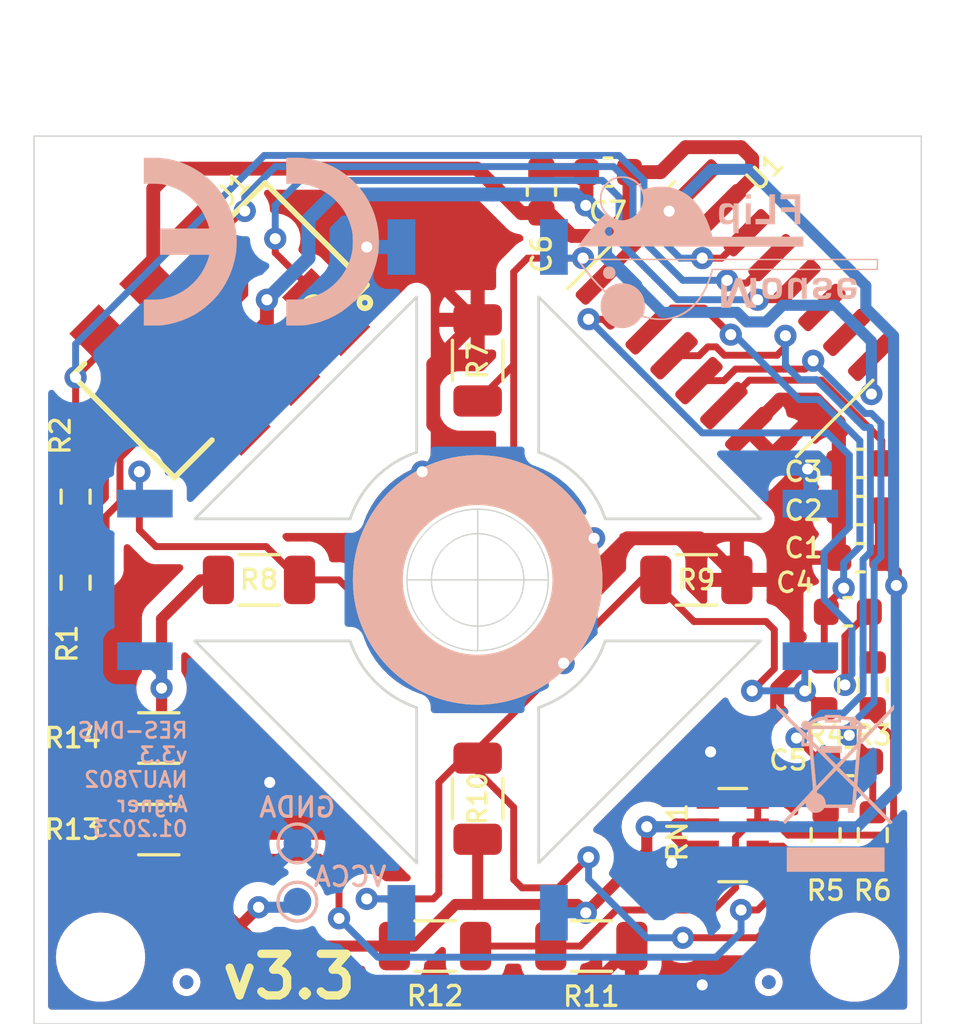
<source format=kicad_pcb>
(kicad_pcb (version 20211014) (generator pcbnew)
  (title_block (title "RES-DMS for FLipMouse") (date "2022-01-11") (rev "v0.1") (comment 1 "Eduard Sustr & Benjamin Aigner"))
  (layers (0 "F.Cu" signal) (31 "B.Cu" signal) (34 "B.Paste" user) (35 "F.Paste" user) (36 "B.SilkS" user "B.Silkscreen") (37 "F.SilkS" user "F.Silkscreen") (38 "B.Mask" user) (39 "F.Mask" user) (44 "Edge.Cuts" user))
  (net 0 "")
  (net 1 "/V1")
  (net 2 "/V2")
  (net 3 "/V3")
  (net 4 "/V4")
  (net 5 "Net-(C3-Pad2)")
  (net 6 "Net-(C4-Pad1)")
  (net 7 "Net-(C4-Pad2)")
  (net 8 "Net-(C5-Pad1)")
  (net 9 "Net-(C5-Pad2)")
  (net 10 "+3.3VADC")
  (net 11 "GNDA")
  (net 12 "/DRDY")
  (net 13 "/SCL")
  (net 14 "+3.3V")
  (net 15 "/SDA")
  (net 16 "GND")
  (footprint "Resistor_SMD:R_1206_3216Metric" (layer "F.Cu") (at 116 111.8875 -90)
    (fp_text reference "R10")
    (fp_text value "DNP (1k RMCF)")
  )
  (footprint "Resistor_SMD:R_1206_3216Metric" (layer "F.Cu") (at 123.8875 104)
    (fp_text reference "R9")
    (fp_text value "DNP (1k RMCF)")
  )
  (footprint "Resistor_SMD:R_1206_3216Metric" (layer "F.Cu") (at 108.1125 104)
    (fp_text reference "R8")
    (fp_text value "DNP (1k RMCF)")
  )
  (footprint "Capacitor_SMD:C_0603_1608Metric" (layer "F.Cu") (at 129.8 103.2 180)
    (fp_text reference "C1")
    (fp_text value "1uF")
  )
  (footprint "Resistor_SMD:R_1206_3216Metric" (layer "F.Cu") (at 116 96.0875 -90)
    (fp_text reference "R7")
    (fp_text value "DNP (1k RMCF)")
  )
  (footprint "Capacitor_SMD:C_0603_1608Metric" (layer "F.Cu") (at 129.8 101.5 180)
    (fp_text reference "C2")
    (fp_text value "100nF")
  )
  (footprint "Resistor_SMD:R_0603_1608Metric" (layer "F.Cu") (at 101.5 101 90)
    (fp_text reference "R2")
    (fp_text value "4k7")
  )
  (footprint "MountingHole:MountingHole_2.2mm_M2_DIN965" (layer "F.Cu") (at 102.4 90.4)
    (fp_text reference "H4" hide)
    (fp_text value "MountingHole")
  )
  (footprint "Package_SO:SOP-16_3.9x9.9mm_P1.27mm" (layer "F.Cu") (at 125.3 94.6 45)
    (fp_text reference "U1")
    (fp_text value "NAU7802-SGI")
  )
  (footprint "Resistor_SMD:R_0603_1608Metric" (layer "F.Cu") (at 130.25 113.2 -90)
    (fp_text reference "R6")
    (fp_text value "47R")
  )
  (footprint "Fiducial:Fiducial_0.5mm_Mask1mm" (layer "F.Cu") (at 116 100.1)
    (fp_text reference "FID1" hide)
    (fp_text value "Fiducial" hide)
  )
  (footprint "Resistor_SMD:R_0603_1608Metric" (layer "F.Cu") (at 130.25 107.8 -90)
    (fp_text reference "R3")
    (fp_text value "47R")
  )
  (footprint "MountingHole:MountingHole_2.2mm_M2_DIN965" (layer "F.Cu") (at 129.6 90.4)
    (fp_text reference "H2" hide)
    (fp_text value "MountingHole")
  )
  (footprint "MountingHole:MountingHole_2.2mm_M2_DIN965" (layer "F.Cu") (at 102.4 117.6)
    (fp_text reference "H1" hide)
    (fp_text value "MountingHole" hide)
  )
  (footprint "Fiducial:Fiducial_0.5mm_Mask1mm" (layer "F.Cu") (at 105.5 118.5)
    (fp_text reference "FID3" hide)
    (fp_text value "Fiducial" hide)
  )
  (footprint "Resistor_SMD:R_Array_Convex_4x0603" (layer "F.Cu") (at 125.2 113.2)
    (fp_text reference "RN1")
    (fp_text value "CAY16-1001F4LF")
  )
  (footprint "MountingHole:MountingHole_2.2mm_M2_DIN965" (layer "F.Cu") (at 129.6 117.6)
    (fp_text reference "H3" hide)
    (fp_text value "MountingHole" hide)
  )
  (footprint "Resistor_SMD:R_0603_1608Metric" (layer "F.Cu") (at 128.5 107.8 -90)
    (fp_text reference "R4")
    (fp_text value "47R")
  )
  (footprint "Fiducial:Fiducial_0.5mm_Mask1mm" (layer "F.Cu") (at 126.5 118.5)
    (fp_text reference "FID2" hide)
    (fp_text value "Fiducial" hide)
  )
  (footprint "Resistor_SMD:R_1206_3216Metric" (layer "F.Cu") (at 104.5 109.7)
    (fp_text reference "R14")
    (fp_text value "DNP (1k)")
  )
  (footprint "Resistor_SMD:R_0603_1608Metric" (layer "F.Cu") (at 101.5 104.1 -90)
    (fp_text reference "R1")
    (fp_text value "4k7")
  )
  (footprint "Capacitor_SMD:C_0603_1608Metric" (layer "F.Cu") (at 129.8 99.8)
    (fp_text reference "C3")
    (fp_text value "100nF")
  )
  (footprint "Project:690367280676" (layer "F.Cu") (at 106.7 95 -135)
    (fp_text reference "J1")
    (fp_text value "Conn_01x06")
  )
  (footprint "Resistor_SMD:R_0603_1608Metric" (layer "F.Cu") (at 128.55 113.2 -90)
    (fp_text reference "R5")
    (fp_text value "47R")
  )
  (footprint "Capacitor_SMD:C_0603_1608Metric" (layer "F.Cu") (at 118.3 90 90)
    (fp_text reference "C6")
    (fp_text value "1uF")
  )
  (footprint "Capacitor_SMD:C_0603_1608Metric" (layer "F.Cu") (at 129.4 110.55 180)
    (fp_text reference "C5")
    (fp_text value "100nF")
  )
  (footprint "Resistor_SMD:R_1206_3216Metric" (layer "F.Cu") (at 120.1 117.2 180)
    (fp_text reference "R11")
    (fp_text value "DNP (1k)")
  )
  (footprint "Capacitor_SMD:C_0603_1608Metric" (layer "F.Cu") (at 120.7 89.3 180)
    (fp_text reference "C7")
    (fp_text value "100nF")
  )
  (footprint "Resistor_SMD:R_1206_3216Metric" (layer "F.Cu") (at 104.5 113)
    (fp_text reference "R13")
    (fp_text value "DNP (1k)")
  )
  (footprint "Resistor_SMD:R_1206_3216Metric" (layer "F.Cu") (at 114.4625 117.2)
    (fp_text reference "R12")
    (fp_text value "DNP (1k)")
  )
  (footprint "Capacitor_SMD:C_0603_1608Metric" (layer "F.Cu") (at 129.35 105.15)
    (fp_text reference "C4")
    (fp_text value "100nF")
  )
  (footprint "Project:straingauges" (layer "B.Cu") (at 128 104 90)
    (fp_text reference "J5" hide)
    (fp_text value "straingauge" hide)
  )
  (footprint "Project:straingauges" (layer "B.Cu") (at 116 92 180)
    (fp_text reference "J2" hide)
    (fp_text value "straingauge" hide)
  )
  (footprint "Symbol:CE-Logo_8.5x6mm_SilkScreen" (layer "B.Cu") (at 108.2 91.8 180)
    (fp_text reference "LOGO3" hide)
    (fp_text value "CE-Logo" hide)
  )
  (footprint "Fiducial:Fiducial_0.5mm_Mask1mm" (layer "B.Cu") (at 126.5 118.5 180)
    (fp_text reference "FID6" hide)
    (fp_text value "Fiducial" hide)
  )
  (footprint "TestPoint:TestPoint_Pad_D1.0mm" (layer "B.Cu") (at 109.5 113.5 180)
    (fp_text reference "TP1" hide)
    (fp_text value "TestPoint" hide)
  )
  (footprint "Fiducial:Fiducial_0.5mm_Mask1mm" (layer "B.Cu") (at 105.5 118.5 180)
    (fp_text reference "FID4" hide)
    (fp_text value "Fiducial" hide)
  )
  (footprint "Project:straingauges" (layer "B.Cu") (at 104 104 90)
    (fp_text reference "J4" hide)
    (fp_text value "straingauge" hide)
  )
  (footprint "FM:flipmouse_11x5" (layer "B.Cu") (at 125 92.2 180)
    (fp_text reference "LOGO1" hide)
    (fp_text value "FM-LOGO" hide)
  )
  (footprint "TestPoint:TestPoint_Pad_D1.0mm" (layer "B.Cu") (at 109.5 115.6 180)
    (fp_text reference "TP2" hide)
    (fp_text value "TestPoint" hide)
  )
  (footprint "Symbol:WEEE-Logo_4.2x6mm_SilkScreen" (layer "B.Cu") (at 128.9 111.5 180)
    (fp_text reference "LOGO2" hide)
    (fp_text value "WEEE-Logo" hide)
  )
  (footprint "Project:straingauges" (layer "B.Cu") (at 116 116 180)
    (fp_text reference "J6" hide)
    (fp_text value "straingauge" hide)
  )
  (footprint "Fiducial:Fiducial_0.5mm_Mask1mm" (layer "B.Cu") (at 116 100.1 180)
    (fp_text reference "FID5" hide)
    (fp_text value "Fiducial" hide)
  )
  (gr_circle (center 116 104) (end 119.6 104) (layer "B.SilkS") (width 1.8) (fill none))
  (gr_circle (center 110.1 94.2) (end 110.35 94.2) (layer "F.SilkS") (width 0.5) (fill none))
  (gr_circle (center 116 104) (end 119.6 104) (layer "F.SilkS") (width 1.8) (fill none))
  (gr_line (start 100 88) (end 100 120) (layer "Edge.Cuts") (width 0.05))
  (gr_circle (center 116 104) (end 118.55 104) (layer "Edge.Cuts") (width 0.05) (fill none))
  (gr_line (start 132 88) (end 132 120) (layer "Edge.Cuts") (width 0.05))
  (gr_line (start 132 88) (end 100 88) (layer "Edge.Cuts") (width 0.05))
  (gr_line (start 105.8 106.2) (end 113.8 114.2) (layer "Edge.Cuts") (width 0.1))
  (gr_arc (start 118.2 99.4) (mid 119.681715 100.318285) (end 120.6 101.8) (layer "Edge.Cuts") (width 0.1))
  (gr_arc (start 111.4 101.8) (mid 112.318287 100.318287) (end 113.8 99.4) (layer "Edge.Cuts") (width 0.1))
  (gr_arc (start 113.8 108.6) (mid 112.318287 107.681713) (end 111.4 106.2) (layer "Edge.Cuts") (width 0.1))
  (gr_line (start 111.4 101.8) (end 105.8 101.8) (layer "Edge.Cuts") (width 0.1))
  (gr_arc (start 120.6 106.2) (mid 119.681709 107.681709) (end 118.2 108.6) (layer "Edge.Cuts") (width 0.1))
  (gr_line (start 126.2 106.2) (end 120.6 106.2) (layer "Edge.Cuts") (width 0.1))
  (gr_line (start 118.2 99.4) (end 118.2 93.8) (layer "Edge.Cuts") (width 0.1))
  (gr_line (start 126.2 101.8) (end 118.2 93.8) (layer "Edge.Cuts") (width 0.1))
  (gr_line (start 126.2 101.8) (end 120.6 101.8) (layer "Edge.Cuts") (width 0.1))
  (gr_line (start 113.8 99.4) (end 113.8 93.8) (layer "Edge.Cuts") (width 0.1))
  (gr_line (start 118.2 108.6) (end 118.2 114.2) (layer "Edge.Cuts") (width 0.1))
  (gr_line (start 113.8 108.6) (end 113.8 114.2) (layer "Edge.Cuts") (width 0.1))
  (gr_line (start 105.8 101.8) (end 113.8 93.8) (layer "Edge.Cuts") (width 0.1))
  (gr_line (start 111.4 106.2) (end 105.8 106.2) (layer "Edge.Cuts") (width 0.1))
  (gr_line (start 132 120) (end 100 120) (layer "Edge.Cuts") (width 0.05))
  (gr_line (start 118.2 114.2) (end 126.2 106.2) (layer "Edge.Cuts") (width 0.1))
  (gr_text "VCCA" (at 111.4 114.7) (layer "B.SilkS") (effects (font (size 0.7 0.7) (thickness 0.12)) (justify mirror)))
  (gr_text "GNDA" (at 109.5 112.2) (layer "B.SilkS") (effects (font (size 0.7 0.7) (thickness 0.12)) (justify mirror)))
  (gr_text "RES-DMS\nv3.3\nNAU7802\nAigner\n01.2023" (at 105.6 111.2) (layer "B.SilkS") (effects (font (size 0.55 0.55) (thickness 0.1)) (justify left mirror)))
  (gr_text "v3.3" (at 109.2 118.3) (layer "F.SilkS") (effects (font (size 1.5 1.5) (thickness 0.3))))
  (target plus (at 116 104) (size 5) (width 0.05) (layer "Edge.Cuts"))
  (segment (start 127.2 113.2) (end 126.8 112.8) (width 0.25) (layer "F.Cu") (net 1))
  (segment (start 118.6375 117.2) (end 119.7 117.2) (width 0.25) (layer "F.Cu") (net 1))
  (segment (start 126.1 112) (end 126.1 112.8) (width 0.25) (layer "F.Cu") (net 1))
  (segment (start 131 113) (end 130.8 113.2) (width 0.25) (layer "F.Cu") (net 1))
  (segment (start 125.79 112.8) (end 126.1 112.8) (width 0.25) (layer "F.Cu") (net 1))
  (segment (start 119.7 117.2) (end 121 115.9) (width 0.25) (layer "F.Cu") (net 1))
  (segment (start 126.8 112.8) (end 126.1 112.8) (width 0.25) (layer "F.Cu") (net 1))
  (segment (start 125.3 113.29) (end 125.79 112.8) (width 0.25) (layer "F.Cu") (net 1))
  (segment (start 130.8 113.2) (end 127.2 113.2) (width 0.25) (layer "F.Cu") (net 1))
  (segment (start 130.25 108.625) (end 130.25 108.95) (width 0.25) (layer "F.Cu") (net 1))
  (segment (start 124.5 115.9) (end 125.3 115.1) (width 0.25) (layer "F.Cu") (net 1))
  (segment (start 130.25 108.95) (end 131 109.7) (width 0.25) (layer "F.Cu") (net 1))
  (segment (start 121 115.9) (end 124.5 115.9) (width 0.25) (layer "F.Cu") (net 1))
  (segment (start 125.3 115.1) (end 125.3 113.29) (width 0.25) (layer "F.Cu") (net 1))
  (segment (start 131 109.7) (end 131 113) (width 0.25) (layer "F.Cu") (net 1))
  (segment (start 115.925 117.2) (end 118.6375 117.2) (width 0.25) (layer "F.Cu") (net 1))
  (segment (start 103.8 102.2) (end 103.8 100.1) (width 0.25) (layer "F.Cu") (net 2))
  (segment (start 126.7 107.2) (end 126.7 107.1) (width 0.25) (layer "F.Cu") (net 2))
  (segment (start 122.425 104.125) (end 123.8 105.5) (width 0.25) (layer "F.Cu") (net 2))
  (segment (start 111 104) (end 112.1 105.1) (width 0.25) (layer "F.Cu") (net 2))
  (segment (start 120 105.9) (end 121.9 104) (width 0.25) (layer "F.Cu") (net 2))
  (segment (start 122.425 104) (end 122.425 104.125) (width 0.25) (layer "F.Cu") (net 2))
  (segment (start 125.9 108) (end 126.7 107.2) (width 0.25) (layer "F.Cu") (net 2))
  (segment (start 112.1 105.6) (end 114.2 107.7) (width 0.25) (layer "F.Cu") (net 2))
  (segment (start 114.2 107.7) (end 117.1 107.7) (width 0.25) (layer "F.Cu") (net 2))
  (segment (start 128.5 108.625) (end 128.425 108.625) (width 0.25) (layer "F.Cu") (net 2))
  (segment (start 108.375 102.8) (end 109.575 104) (width 0.25) (layer "F.Cu") (net 2))
  (segment (start 104.4 102.8) (end 108.375 102.8) (width 0.25) (layer "F.Cu") (net 2))
  (segment (start 126.7 105.8) (end 126.7 107.1) (width 0.25) (layer "F.Cu") (net 2))
  (segment (start 112.1 105.1) (end 112.1 105.6) (width 0.25) (layer "F.Cu") (net 2))
  (segment (start 118.9 105.9) (end 120 105.9) (width 0.25) (layer "F.Cu") (net 2))
  (segment (start 121.9 104) (end 122.425 104) (width 0.25) (layer "F.Cu") (net 2))
  (segment (start 117.1 107.7) (end 118.9 105.9) (width 0.25) (layer "F.Cu") (net 2))
  (segment (start 109.575 104) (end 111 104) (width 0.25) (layer "F.Cu") (net 2))
  (segment (start 104.4 102.8) (end 103.8 102.2) (width 0.25) (layer "F.Cu") (net 2))
  (segment (start 126.4 105.5) (end 126.7 105.8) (width 0.25) (layer "F.Cu") (net 2))
  (segment (start 128.425 108.625) (end 127.8 108) (width 0.25) (layer "F.Cu") (net 2))
  (segment (start 123.8 105.5) (end 126.4 105.5) (width 0.25) (layer "F.Cu") (net 2))
  (via (at 127.8 108) (size 0.8) (drill 0.4) (layers "F.Cu" "B.Cu") (net 2))
  (via (at 125.9 108) (size 0.8) (drill 0.4) (layers "F.Cu" "B.Cu") (net 2))
  (via (at 103.8 100.1) (size 0.8) (drill 0.4) (layers "F.Cu" "B.Cu") (net 2))
  (segment (start 127.8 106.95) (end 128 106.75) (width 0.25) (layer "B.Cu") (net 2))
  (segment (start 127.8 108) (end 125.9 108) (width 0.25) (layer "B.Cu") (net 2))
  (segment (start 103.8 101.05) (end 104 101.25) (width 0.25) (layer "B.Cu") (net 2))
  (segment (start 103.8 100.1) (end 103.8 101.05) (width 0.25) (layer "B.Cu") (net 2))
  (segment (start 127.8 108) (end 127.8 106.95) (width 0.25) (layer "B.Cu") (net 2))
  (segment (start 111 114.7) (end 111 116.2) (width 0.25) (layer "F.Cu") (net 3))
  (segment (start 105.9625 109.7) (end 105.9625 113) (width 0.25) (layer "F.Cu") (net 3))
  (segment (start 105.9625 113) (end 106.7625 113.8) (width 0.25) (layer "F.Cu") (net 3))
  (segment (start 125.5 115.9) (end 126.1 115.9) (width 0.25) (layer "F.Cu") (net 3))
  (segment (start 106.7625 113.8) (end 106.9625 114) (width 0.25) (layer "F.Cu") (net 3))
  (segment (start 127.25 113.85) (end 127 113.6) (width 0.25) (layer "F.Cu") (net 3))
  (segment (start 126.75 115.25) (end 126.75 114.35) (width 0.25) (layer "F.Cu") (net 3))
  (segment (start 126.1 114.4) (end 126.7 114.4) (width 0.25) (layer "F.Cu") (net 3))
  (segment (start 126.7 114.4) (end 126.75 114.35) (width 0.25) (layer "F.Cu") (net 3))
  (segment (start 126.1 115.9) (end 126.75 115.25) (width 0.25) (layer "F.Cu") (net 3))
  (segment (start 128.55 114.025) (end 127.425 114.025) (width 0.25) (layer "F.Cu") (net 3))
  (segment (start 106.9625 114) (end 110.3 114) (width 0.25) (layer "F.Cu") (net 3))
  (segment (start 126.75 114.35) (end 127.25 113.85) (width 0.25) (layer "F.Cu") (net 3))
  (segment (start 127.425 114.025) (end 127.25 113.85) (width 0.25) (layer "F.Cu") (net 3))
  (segment (start 127 113.6) (end 126.1 113.6) (width 0.25) (layer "F.Cu") (net 3))
  (segment (start 110.3 114) (end 111 114.7) (width 0.25) (layer "F.Cu") (net 3))
  (via (at 125.5 115.9) (size 0.8) (drill 0.4) (layers "F.Cu" "B.Cu") (net 3))
  (via (at 111 116.2) (size 0.8) (drill 0.4) (layers "F.Cu" "B.Cu") (net 3))
  (segment (start 124.6 117.6) (end 112.4 117.6) (width 0.25) (layer "B.Cu") (net 3))
  (segment (start 125.5 116.7) (end 124.6 117.6) (width 0.25) (layer "B.Cu") (net 3))
  (segment (start 125.5 115.9) (end 125.5 116.7) (width 0.25) (layer "B.Cu") (net 3))
  (segment (start 112.4 117.6) (end 111 116.2) (width 0.25) (layer "B.Cu") (net 3))
  (segment (start 116 110.9) (end 117.2 112.1) (width 0.25) (layer "F.Cu") (net 4))
  (segment (start 116 110.425) (end 115.475 110.425) (width 0.25) (layer "F.Cu") (net 4))
  (segment (start 117.3 112.2) (end 117.3 113.9) (width 0.25) (layer "F.Cu") (net 4))
  (segment (start 117.6 115.1) (end 118.9 115.1) (width 0.25) (layer "F.Cu") (net 4))
  (segment (start 114.6 111.3) (end 114.6 114.7) (width 0.25) (layer "F.Cu") (net 4))
  (segment (start 117.3 96.25) (end 117.3 99.6) (width 0.25) (layer "F.Cu") (net 4))
  (segment (start 119.1 107) (end 116 110.1) (width 0.25) (layer "F.Cu") (net 4))
  (segment (start 127.9 115.1) (end 129.175 115.1) (width 0.25) (layer "F.Cu") (net 4))
  (segment (start 129.175 115.1) (end 130.25 114.025) (width 0.25) (layer "F.Cu") (net 4))
  (segment (start 118.9 115.1) (end 120 114) (width 0.25) (layer "F.Cu") (net 4))
  (segment (start 117.3 113.9) (end 117.3 114.8) (width 0.25) (layer "F.Cu") (net 4))
  (segment (start 116 110.1) (end 116 110.425) (width 0.25) (layer "F.Cu") (net 4))
  (segment (start 117.3 96.25) (end 117.3 92.9) (width 0.25) (layer "F.Cu") (net 4))
  (segment (start 117.3 99.6) (end 119.7 102) (width 0.25) (layer "F.Cu") (net 4))
  (segment (start 117.8 92.4) (end 119.8 92.4) (width 0.25) (layer "F.Cu") (net 4))
  (segment (start 119.7 102) (end 120.2 102.5) (width 0.25) (layer "F.Cu") (net 4))
  (segment (start 117.2 112.1) (end 117.3 112.2) (width 0.25) (layer "F.Cu") (net 4))
  (segment (start 126.1 116.9) (end 127.9 115.1) (width 0.25) (layer "F.Cu") (net 4))
  (segment (start 114.6 115.3) (end 114.4 115.5) (width 0.25) (layer "F.Cu") (net 4))
  (segment (start 117.3 96.25) (end 116 97.55) (width 0.25) (layer "F.Cu") (net 4))
  (segment (start 117.3 92.9) (end 117.8 92.4) (width 0.25) (layer "F.Cu") (net 4))
  (segment (start 114.6 114.7) (end 114.6 115.3) (width 0.25) (layer "F.Cu") (net 4))
  (segment (start 116 110.425) (end 116 110.9) (width 0.25) (layer "F.Cu") (net 4))
  (segment (start 117.3 114.8) (end 117.6 115.1) (width 0.25) (layer "F.Cu") (net 4))
  (segment (start 115.475 110.425) (end 114.6 111.3) (width 0.25) (layer "F.Cu") (net 4))
  (segment (start 114.4 115.5) (end 112 115.5) (width 0.25) (layer "F.Cu") (net 4))
  (segment (start 123.4 116.9) (end 126.1 116.9) (width 0.25) (layer "F.Cu") (net 4))
  (via (at 123.4 116.9) (size 0.8) (drill 0.4) (layers "F.Cu" "B.Cu") (net 4))
  (via (at 112 115.5) (size 0.8) (drill 0.4) (layers "F.Cu" "B.Cu") (net 4))
  (via (at 119.1 107) (size 0.8) (drill 0.4) (layers "F.Cu" "B.Cu") (net 4))
  (via (at 119.8 92.4) (size 0.8) (drill 0.4) (layers "F.Cu" "B.Cu") (net 4))
  (via (at 120 114) (size 0.8) (drill 0.4) (layers "F.Cu" "B.Cu") (net 4))
  (via (at 120.2 102.5) (size 0.8) (drill 0.4) (layers "F.Cu" "B.Cu") (net 4))
  (segment (start 119.15 92.4) (end 118.75 92) (width 0.25) (layer "B.Cu") (net 4))
  (segment (start 112.75 115.5) (end 113.25 116) (width 0.25) (layer "B.Cu") (net 4))
  (segment (start 112 115.5) (end 112.75 115.5) (width 0.25) (layer "B.Cu") (net 4))
  (segment (start 120.2 105.9) (end 119.1 107) (width 0.25) (layer "B.Cu") (net 4))
  (segment (start 122.1 116.9) (end 120 114.8) (width 0.25) (layer "B.Cu") (net 4))
  (segment (start 120.2 102.5) (end 120.2 105.9) (width 0.25) (layer "B.Cu") (net 4))
  (segment (start 120 114.8) (end 120 114) (width 0.25) (layer "B.Cu") (net 4))
  (segment (start 123.4 116.9) (end 122.1 116.9) (width 0.25) (layer "B.Cu") (net 4))
  (segment (start 119.8 92.4) (end 119.15 92.4) (width 0.25) (layer "B.Cu") (net 4))
  (segment (start 128.4 96.8) (end 125.794076 96.8) (width 0.25) (layer "F.Cu") (net 5))
  (segment (start 125.794076 96.8) (end 124.879271 97.714805) (width 0.25) (layer "F.Cu") (net 5))
  (segment (start 130.575 98.975) (end 128.4 96.8) (width 0.25) (layer "F.Cu") (net 5))
  (segment (start 130.575 99.8) (end 130.575 98.975) (width 0.25) (layer "F.Cu") (net 5))
  (segment (start 125.127201 95.15887) (end 124.168331 94.2) (width 0.25) (layer "F.Cu") (net 6))
  (segment (start 128.5 105.225) (end 128.575 105.15) (width 0.25) (layer "F.Cu") (net 6))
  (segment (start 128.575 104.925) (end 129.2 104.3) (width 0.25) (layer "F.Cu") (net 6))
  (segment (start 123.005924 94.2) (end 122.185195 95.020729) (width 0.25) (layer "F.Cu") (net 6))
  (segment (start 124.168331 94.2) (end 123.005924 94.2) (width 0.25) (layer "F.Cu") (net 6))
  (segment (start 128.5 106.975) (end 128.5 105.225) (width 0.25) (layer "F.Cu") (net 6))
  (segment (start 128.575 105.15) (end 128.575 104.925) (width 0.25) (layer "F.Cu") (net 6))
  (via (at 129.2 104.3) (size 0.8) (drill 0.4) (layers "F.Cu" "B.Cu") (net 6))
  (via (at 125.127201 95.15887) (size 0.8) (drill 0.4) (layers "F.Cu" "B.Cu") (net 6))
  (segment (start 125.25887 95.15887) (end 125.127201 95.15887) (width 0.25) (layer "B.Cu") (net 6))
  (segment (start 129.785 102.8) (end 129.785 98.985) (width 0.25) (layer "B.Cu") (net 6))
  (segment (start 128.3 97.5) (end 127.6 97.5) (width 0.25) (layer "B.Cu") (net 6))
  (segment (start 127.6 97.5) (end 125.25887 95.15887) (width 0.25) (layer "B.Cu") (net 6))
  (segment (start 129.2 104.3) (end 129.2 103.385) (width 0.25) (layer "B.Cu") (net 6))
  (segment (start 129.2 103.385) (end 129.785 102.8) (width 0.25) (layer "B.Cu") (net 6))
  (segment (start 129.785 98.985) (end 128.3 97.5) (width 0.25) (layer "B.Cu") (net 6))
  (segment (start 120.806952 94.60292) (end 121.287169 94.122703) (width 0.25) (layer "F.Cu") (net 7))
  (segment (start 130.125 105.15) (end 129.2455 106.0295) (width 0.25) (layer "F.Cu") (net 7))
  (segment (start 130.25 106.975) (end 130.25 105.275) (width 0.25) (layer "F.Cu") (net 7))
  (segment (start 129.2455 106.0295) (end 129.2455 107.787198) (width 0.25) (layer "F.Cu") (net 7))
  (segment (start 120.000462 94.60292) (end 120.806952 94.60292) (width 0.25) (layer "F.Cu") (net 7))
  (segment (start 130.25 105.275) (end 130.125 105.15) (width 0.25) (layer "F.Cu") (net 7))
  (via (at 120.000462 94.60292) (size 0.8) (drill 0.4) (layers "F.Cu" "B.Cu") (net 7))
  (via (at 129.2455 107.787198) (size 0.8) (drill 0.4) (layers "F.Cu" "B.Cu") (net 7))
  (segment (start 126 98.7) (end 124.097542 98.7) (width 0.25) (layer "B.Cu") (net 7))
  (segment (start 128.6 98.7) (end 126.2 98.7) (width 0.25) (layer "B.Cu") (net 7))
  (segment (start 129.5 105.7) (end 128.5 104.7) (width 0.25) (layer "B.Cu") (net 7))
  (segment (start 129.405 102.095) (end 129.405 99.5) (width 0.25) (layer "B.Cu") (net 7))
  (segment (start 129 99.1) (end 128.6 98.7) (width 0.25) (layer "B.Cu") (net 7))
  (segment (start 129.2455 107.6545) (end 129.5 107.4) (width 0.25) (layer "B.Cu") (net 7))
  (segment (start 129.2455 107.787198) (end 129.2455 107.6545) (width 0.25) (layer "B.Cu") (net 7))
  (segment (start 129.405 99.5) (end 129.4 99.5) (width 0.25) (layer "B.Cu") (net 7))
  (segment (start 128.5 104.7) (end 128.5 103) (width 0.25) (layer "B.Cu") (net 7))
  (segment (start 128.5 103) (end 129.405 102.095) (width 0.25) (layer "B.Cu") (net 7))
  (segment (start 129.5 107.4) (end 129.5 105.7) (width 0.25) (layer "B.Cu") (net 7))
  (segment (start 129.4 99.5) (end 129 99.1) (width 0.25) (layer "B.Cu") (net 7))
  (segment (start 126.2 98.7) (end 126 98.7) (width 0.25) (layer "B.Cu") (net 7))
  (segment (start 124.097542 98.7) (end 120.000462 94.60292) (width 0.25) (layer "B.Cu") (net 7))
  (segment (start 127.8 96.4) (end 128.1 96.1) (width 0.25) (layer "F.Cu") (net 8))
  (segment (start 130.25 112.375) (end 130.25 110.625) (width 0.25) (layer "F.Cu") (net 8))
  (segment (start 130.175 110.55) (end 130.175 110.375) (width 0.25) (layer "F.Cu") (net 8))
  (segment (start 125.3 96.4) (end 127.8 96.4) (width 0.25) (layer "F.Cu") (net 8))
  (segment (start 123.981246 96.81678) (end 124.88322 96.81678) (width 0.25) (layer "F.Cu") (net 8))
  (segment (start 124.88322 96.81678) (end 125.3 96.4) (width 0.25) (layer "F.Cu") (net 8))
  (segment (start 130.25 110.625) (end 130.175 110.55) (width 0.25) (layer "F.Cu") (net 8))
  (segment (start 130.175 110.375) (end 129.4 109.6) (width 0.25) (layer "F.Cu") (net 8))
  (via (at 128.1 96.1) (size 0.8) (drill 0.4) (layers "F.Cu" "B.Cu") (net 8))
  (via (at 129.4 109.6) (size 0.8) (drill 0.4) (layers "F.Cu" "B.Cu") (net 8))
  (segment (start 129.97369 98) (end 130.202401 98) (width 0.25) (layer "B.Cu") (net 8))
  (segment (start 130.3 103.4) (end 130.3 108.4) (width 0.25) (layer "B.Cu") (net 8))
  (segment (start 130.545 103.155) (end 130.3 103.4) (width 0.25) (layer "B.Cu") (net 8))
  (segment (start 129.4 109.3) (end 129.4 109.6) (width 0.25) (layer "B.Cu") (net 8))
  (segment (start 130.202401 98) (end 130.545 98.342599) (width 0.25) (layer "B.Cu") (net 8))
  (segment (start 128.1 96.12631) (end 129.97369 98) (width 0.25) (layer "B.Cu") (net 8))
  (segment (start 130.545 98.342599) (end 130.545 103.155) (width 0.25) (layer "B.Cu") (net 8))
  (segment (start 130.3 108.4) (end 129.4 109.3) (width 0.25) (layer "B.Cu") (net 8))
  (segment (start 128.1 96.1) (end 128.1 96.12631) (width 0.25) (layer "B.Cu") (net 8))
  (segment (start 127.1 95.6) (end 126.8 95.9) (width 0.25) (layer "F.Cu") (net 9))
  (segment (start 124.3 95.6) (end 123.981246 95.918754) (width 0.25) (layer "F.Cu") (net 9))
  (segment (start 124.9 95.9) (end 124.6 95.6) (width 0.25) (layer "F.Cu") (net 9))
  (segment (start 128.55 112.375) (end 128.55 110.625) (width 0.25) (layer "F.Cu") (net 9))
  (segment (start 124.6 95.6) (end 124.3 95.6) (width 0.25) (layer "F.Cu") (net 9))
  (segment (start 123.981246 95.918754) (end 123.08322 95.918754) (width 0.25) (layer "F.Cu") (net 9))
  (segment (start 128.625 110.55) (end 128.35 110.55) (width 0.25) (layer "F.Cu") (net 9))
  (segment (start 128.55 110.625) (end 128.625 110.55) (width 0.25) (layer "F.Cu") (net 9))
  (segment (start 126.8 95.9) (end 124.9 95.9) (width 0.25) (layer "F.Cu") (net 9))
  (segment (start 127.1 95.2) (end 127.1 95.6) (width 0.25) (layer "F.Cu") (net 9))
  (segment (start 128.35 110.55) (end 127.5 109.7) (width 0.25) (layer "F.Cu") (net 9))
  (via (at 127.1 95.2) (size 0.8) (drill 0.4) (layers "F.Cu" "B.Cu") (net 9))
  (via (at 127.5 109.7) (size 0.8) (drill 0.4) (layers "F.Cu" "B.Cu") (net 9))
  (segment (start 129.2 108.8) (end 129.9 108.1) (width 0.25) (layer "B.Cu") (net 9))
  (segment (start 128.218144 96.781856) (end 127.618144 96.781856) (width 0.25) (layer "B.Cu") (net 9))
  (segment (start 128.4 108.8) (end 129.2 108.8) (width 0.25) (layer "B.Cu") (net 9))
  (segment (start 130.165 102.997599) (end 130.165 98.5) (width 0.25) (layer "B.Cu") (net 9))
  (segment (start 129.9 103.262599) (end 130.165 102.997599) (width 0.25) (layer "B.Cu") (net 9))
  (segment (start 127.618144 96.781856) (end 127.1 96.263712) (width 0.25) (layer "B.Cu") (net 9))
  (segment (start 127.5 109.7) (end 128.4 108.8) (width 0.25) (layer "B.Cu") (net 9))
  (segment (start 130.165 98.5) (end 129.936288 98.5) (width 0.25) (layer "B.Cu") (net 9))
  (segment (start 129.936288 98.5) (end 128.218144 96.781856) (width 0.25) (layer "B.Cu") (net 9))
  (segment (start 129.9 108.1) (end 129.9 103.262599) (width 0.25) (layer "B.Cu") (net 9))
  (segment (start 127.1 96.263712) (end 127.1 95.2) (width 0.25) (layer "B.Cu") (net 9))
  (segment (start 113.7 117.2) (end 115.05 115.85) (width 0.4) (layer "F.Cu") (net 10))
  (segment (start 131.1 103.725) (end 130.575 103.2) (width 0.4) (layer "F.Cu") (net 10))
  (segment (start 103.0375 112.7625) (end 104.6 111.2) (width 0.4) (layer "F.Cu") (net 10))
  (segment (start 123.06 112.9) (end 123.16 112.8) (width 0.4) (layer "F.Cu") (net 10))
  (segment (start 121.51263 92.10119) (end 122.90691 90.70691) (width 0.4) (layer "F.Cu") (net 10))
  (segment (start 131.1 104.2) (end 131.1 103.725) (width 0.4) (layer "F.Cu") (net 10))
  (segment (start 121.50119 92.10119) (end 121.51263 92.10119) (width 0.4) (layer "F.Cu") (net 10))
  (segment (start 107.3 116.4) (end 103.9 113) (width 0.4) (layer "F.Cu") (net 10))
  (segment (start 119.9 116) (end 122.1 113.8) (width 0.4) (layer "F.Cu") (net 10))
  (segment (start 115.2 115.7) (end 115.05 115.85) (width 0.4) (layer "F.Cu") (net 10))
  (segment (start 103.9 113) (end 103.0375 113) (width 0.4) (layer "F.Cu") (net 10))
  (segment (start 123.16 112.8) (end 124.3 112.8) (width 0.4) (layer "F.Cu") (net 10))
  (segment (start 116 113.35) (end 116 115.6) (width 0.4) (layer "F.Cu") (net 10))
  (segment (start 106.65 104) (end 106 104) (width 0.4) (layer "F.Cu") (net 10))
  (segment (start 108.1 117.2) (end 107.3 116.4) (width 0.4) (layer "F.Cu") (net 10))
  (segment (start 107.5 116.4) (end 108.1 115.8) (width 0.4) (layer "F.Cu") (net 10))
  (segment (start 124.3 113.6) (end 123.5 113.6) (width 0.4) (layer "F.Cu") (net 10))
  (segment (start 120.389143 93.224677) (end 120.389143 93.213237) (width 0.4) (layer "F.Cu") (net 10))
  (segment (start 130.575 101.5) (end 130.575 103.2) (width 0.5) (layer "F.Cu") (net 10))
  (segment (start 103.0375 113) (end 103.0375 112.7625) (width 0.4) (layer "F.Cu") (net 10))
  (segment (start 122.1 112.9) (end 123.06 112.9) (width 0.4) (layer "F.Cu") (net 10))
  (segment (start 107.3 116.4) (end 107.5 116.4) (width 0.4) (layer "F.Cu") (net 10))
  (segment (start 113 117.2) (end 108.1 117.2) (width 0.4) (layer "F.Cu") (net 10))
  (segment (start 123.5 113.6) (end 123.16 113.26) (width 0.4) (layer "F.Cu") (net 10))
  (segment (start 119.9 116) (end 119.6 115.7) (width 0.4) (layer "F.Cu") (net 10))
  (segment (start 113 117.2) (end 113.7 117.2) (width 0.4) (layer "F.Cu") (net 10))
  (segment (start 122.90691 90.70691) (end 123.924677 89.689143) (width 0.4) (layer "F.Cu") (net 10))
  (segment (start 122.1 113.8) (end 122.1 112.9) (width 0.4) (layer "F.Cu") (net 10))
  (segment (start 104.6 105.4) (end 104.6 107.9) (width 0.4) (layer "F.Cu") (net 10))
  (segment (start 115.9 115.7) (end 115.2 115.7) (width 0.4) (layer "F.Cu") (net 10))
  (segment (start 116 115.6) (end 115.9 115.7) (width 0.4) (layer "F.Cu") (net 10))
  (segment (start 104.6 111.2) (end 104.6 107.9) (width 0.4) (layer "F.Cu") (net 10))
  (segment (start 120.389143 93.213237) (end 121.50119 92.10119) (width 0.4) (layer "F.Cu") (net 10))
  (segment (start 119.6 115.7) (end 115.9 115.7) (width 0.4) (layer "F.Cu") (net 10))
  (segment (start 123.16 113.26) (end 123.16 112.8) (width 0.4) (layer "F.Cu") (net 10))
  (segment (start 106 104) (end 104.6 105.4) (width 0.4) (layer "F.Cu") (net 10))
  (via (at 104.6 107.9) (size 0.8) (drill 0.4) (layers "F.Cu" "B.Cu") (net 10))
  (via (at 131.1 104.2) (size 0.8) (drill 0.4) (layers "F.Cu" "B.Cu") (net 10))
  (via (at 122.90691 90.70691) (size 0.8) (drill 0.4) (layers "F.Cu" "B.Cu") (net 10))
  (via (at 108.1 115.8) (size 0.8) (drill 0.4) (layers "F.Cu" "B.Cu") (net 10))
  (via (at 119.9 116) (size 0.8) (drill 0.4) (layers "F.Cu" "B.Cu") (net 10))
  (via (at 122.1 112.9) (size 0.8) (drill 0.4) (layers "F.Cu" "B.Cu") (net 10))
  (segment (start 118.75 116) (end 119.9 116) (width 0.4) (layer "B.Cu") (net 10))
  (segment (start 124.41382 89.2) (end 122.90691 90.70691) (width 0.4) (layer "B.Cu") (net 10))
  (segment (start 109.3 115.8) (end 109.5 115.6) (width 0.4) (layer "B.Cu") (net 10))
  (segment (start 129.7 112.9) (end 122.1 112.9) (width 0.4) (layer "B.Cu") (net 10))
  (segment (start 130.9 95.1) (end 131 95.2) (width 0.4) (layer "B.Cu") (net 10))
  (segment (start 130 94.2) (end 130.9 95.1) (width 0.4) (layer "B.Cu") (net 10))
  (segment (start 130 93.4) (end 130 94.2) (width 0.4) (layer "B.Cu") (net 10))
  (segment (start 104.6 107.9) (end 104.6 107.35) (width 0.4) (layer "B.Cu") (net 10))
  (segment (start 131 95.2) (end 131 99.6) (width 0.4) (layer "B.Cu") (net 10))
  (segment (start 125.8 89.2) (end 124.41382 89.2) (width 0.4) (layer "B.Cu") (net 10))
  (segment (start 104.6 107.35) (end 104 106.75) (width 0.4) (layer "B.Cu") (net 10))
  (segment (start 131 99.6) (end 131 104.1) (width 0.4) (layer "B.Cu") (net 10))
  (segment (start 130 93.4) (end 125.8 89.2) (width 0.4) (layer "B.Cu") (net 10))
  (segment (start 131 104.1) (end 131.1 104.2) (width 0.4) (layer "B.Cu") (net 10))
  (segment (start 131.1 104.2) (end 131.1 111.5) (width 0.4) (layer "B.Cu") (net 10))
  (segment (start 131.1 111.5) (end 129.7 112.9) (width 0.4) (layer "B.Cu") (net 10))
  (segment (start 108.1 115.8) (end 109.3 115.8) (width 0.4) (layer "B.Cu") (net 10))
  (segment (start 125.35 103.85) (end 124 102.5) (width 0.5) (layer "F.Cu") (net 11))
  (segment (start 119.174839 102.214178) (end 115.860661 98.9) (width 0.5) (layer "F.Cu") (net 11))
  (segment (start 115.860661 98.9) (end 114.9 98.9) (width 0.5) (layer "F.Cu") (net 11))
  (segment (start 103.0375 109.7) (end 103.0375 110.3625) (width 0.4) (layer "F.Cu") (net 11))
  (segment (start 124.3 114.4) (end 123.2 114.4) (width 0.4) (layer "F.Cu") (net 11))
  (segment (start 104.435244 114.5) (end 108.735244 118.8) (width 0.4) (layer "F.Cu") (net 11))
  (segment (start 128.825 100) (end 129.025 99.8) (width 0.4) (layer "F.Cu") (net 11))
  (segment (start 124 102.5) (end 121.4 102.5) (width 0.5) (layer "F.Cu") (net 11))
  (segment (start 128.2 97.5) (end 128.45 97.75) (width 0.5) (layer "F.Cu") (net 11))
  (segment (start 119.9625 118.8) (end 123.9 118.8) (width 0.4) (layer "F.Cu") (net 11))
  (segment (start 124.4 110.2) (end 124.9 110.7) (width 0.4) (layer "F.Cu") (net 11))
  (segment (start 126.9 97.5) (end 128.2 97.5) (width 0.5) (layer "F.Cu") (net 11))
  (segment (start 127.3 103.2) (end 127.5 103.4) (width 0.5) (layer "F.Cu") (net 11))
  (segment (start 102.5 114.5) (end 104.435244 114.5) (width 0.4) (layer "F.Cu") (net 11))
  (segment (start 120.5 103.4) (end 119.8 103.4) (width 0.5) (layer "F.Cu") (net 11))
  (segment (start 119.8 103.4) (end 119.2 102.8) (width 0.5) (layer "F.Cu") (net 11))
  (segment (start 116 94.625) (end 115.925 94.625) (width 0.4) (layer "F.Cu") (net 11))
  (segment (start 124.3 112) (end 124.3 111.3) (width 0.4) (layer "F.Cu") (net 11))
  (segment (start 115.925 94.625) (end 113.3 92) (width 0.4) (layer "F.Cu") (net 11))
  (segment (start 127.5 103.4) (end 127.5 107.196913) (width 0.5) (layer "F.Cu") (net 11))
  (segment (start 125.35 104) (end 126.5 104) (width 0.5) (layer "F.Cu") (net 11))
  (segment (start 124.9 110.7) (end 125.4 110.2) (width 0.4) (layer "F.Cu") (net 11))
  (segment (start 119.2 102.214178) (end 119.174839 102.214178) (width 0.5) (layer "F.Cu") (net 11))
  (segment (start 113.3 92) (end 112 92) (width 0.4) (layer "F.Cu") (net 11))
  (segment (start 127.5 107.196913) (end 126.8 107.896913) (width 0.5) (layer "F.Cu") (net 11))
  (segment (start 129.025 99.8) (end 129.025 101.5) (width 0.5) (layer "F.Cu") (net 11))
  (segment (start 114.9 98.9) (end 114.4 98.4) (width 0.5) (layer "F.Cu") (net 11))
  (segment (start 114.9 98.9) (end 114.9 99.2) (width 0.5) (layer "F.Cu") (net 11))
  (segment (start 126.675323 99.510857) (end 126.689143 99.510857) (width 0.5) (layer "F.Cu") (net 11))
  (segment (start 101.9 113.9) (end 102.5 114.5) (width 0.4) (layer "F.Cu") (net 11))
  (segment (start 125.35 104) (end 125.35 103.85) (width 0.5) (layer "F.Cu") (net 11))
  (segment (start 128.45 97.75) (end 129.025 98.325) (width 0.5) (layer "F.Cu") (net 11))
  (segment (start 108.735244 118.8) (end 119.9625 118.8) (width 0.4) (layer "F.Cu") (net 11))
  (segment (start 129.025 101.5) (end 129.025 103.2) (width 0.5) (layer "F.Cu") (net 11))
  (segment (start 126.8 108.8) (end 125.4 110.2) (width 0.5) (layer "F.Cu") (net 11))
  (segment (start 114.4 96.225) (end 116 94.625) (width 0.5) (layer "F.Cu") (net 11))
  (segment (start 114.4 98.4) (end 114.4 96.225) (width 0.5) (layer "F.Cu") (net 11))
  (segment (start 121.4 102.5) (end 120.5 103.4) (width 0.5) (layer "F.Cu") (net 11))
  (segment (start 119.2 102.8) (end 119.2 102.214178) (width 0.5) (layer "F.Cu") (net 11))
  (segment (start 101.9 111.5) (end 101.9 113.9) (width 0.4) (layer "F.Cu") (net 11))
  (segment (start 119.9625 118.8) (end 121.5625 117.2) (width 0.4) (layer "F.Cu") (net 11))
  (segment (start 126.5 104) (end 127.3 103.2) (width 0.5) (layer "F.Cu") (net 11))
  (segment (start 123.9 118.8) (end 124.1 118.6) (width 0.4) (layer "F.Cu") (net 11))
  (segment (start 126.8 107.896913) (end 126.8 108.8) (width 0.5) (layer "F.Cu") (net 11))
  (segment (start 103.0375 110.3625) (end 101.9 111.5) (width 0.4) (layer "F.Cu") (net 11))
  (segment (start 129.025 98.325) (end 129.025 99.8) (width 0.5) (layer "F.Cu") (net 11))
  (segment (start 123.2 114.4) (end 123 114.2) (width 0.4) (layer "F.Cu") (net 11))
  (segment (start 127.3 103.2) (end 129.025 103.2) (width 0.5) (layer "F.Cu") (net 11))
  (segment (start 125.777297 98.612831) (end 125.787169 98.612831) (width 0.5) (layer "F.Cu") (net 11))
  (segment (start 126.689143 99.510857) (end 128.45 97.75) (width 0.5) (layer "F.Cu") (net 11))
  (segment (start 125.787169 98.612831) (end 126.9 97.5) (width 0.5) (layer "F.Cu") (net 11))
  (segment (start 124.3 111.3) (end 124.9 110.7) (width 0.4) (layer "F.Cu") (net 11))
  (segment (start 127.9 100) (end 128.825 100) (width 0.4) (layer "F.Cu") (net 11))
  (via (at 114 100.1) (size 0.8) (drill 0.4) (layers "F.Cu" "B.Cu") (net 11))
  (via (at 127.9 100) (size 0.8) (drill 0.4) (layers "F.Cu" "B.Cu") (net 11))
  (via (at 108.5 111.3) (size 0.8) (drill 0.4) (layers "F.Cu" "B.Cu") (net 11))
  (via (at 124.1 118.6) (size 0.8) (drill 0.4) (layers "F.Cu" "B.Cu") (net 11))
  (via (at 112 92) (size 0.8) (drill 0.4) (layers "F.Cu" "B.Cu") (net 11))
  (via (at 123 114.2) (size 0.8) (drill 0.4) (layers "F.Cu" "B.Cu") (net 11))
  (via (at 124.4 110.2) (size 0.8) (drill 0.4) (layers "F.Cu" "B.Cu") (net 11))
  (segment (start 128 100.1) (end 127.9 100) (width 0.4) (layer "B.Cu") (net 11))
  (segment (start 113.25 92) (end 112 92) (width 0.4) (layer "B.Cu") (net 11))
  (segment (start 128 101.25) (end 128 100.1) (width 0.4) (layer "B.Cu") (net 11))
  (segment (start 127.51678 93.281246) (end 127.51678 93.38322) (width 0.25) (layer "F.Cu") (net 12))
  (segment (start 127 93.9) (end 126.1 93.9) (width 0.25) (layer "F.Cu") (net 12))
  (segment (start 127.51678 93.38322) (end 127 93.9) (width 0.25) (layer "F.Cu") (net 12))
  (segment (start 108.7 91.7) (end 108.7 92.209872) (width 0.25) (layer "F.Cu") (net 12))
  (segment (start 108.7 92.209872) (end 110.536054 94.045926) (width 0.25) (layer "F.Cu") (net 12))
  (via (at 126.1 93.9) (size 0.8) (drill 0.4) (layers "F.Cu" "B.Cu") (net 12))
  (via (at 108.7 91.7) (size 0.8) (drill 0.4) (layers "F.Cu" "B.Cu") (net 12))
  (segment (start 123.2 93.9) (end 121.5 92.2) (width 0.25) (layer "B.Cu") (net 12))
  (segment (start 121.2 91.9) (end 121.1 91.8) (width 0.25) (layer "B.Cu") (net 12))
  (segment (start 108.7 90.5) (end 108.7 91.7) (width 0.25) (layer "B.Cu") (net 12))
  (segment (start 109.6 89.6) (end 108.8 90.4) (width 0.25) (layer "B.Cu") (net 12))
  (segment (start 126.1 93.9) (end 123.2 93.9) (width 0.25) (layer "B.Cu") (net 12))
  (segment (start 120.5 89.6) (end 109.6 89.6) (width 0.25) (layer "B.Cu") (net 12))
  (segment (start 121.1 90.2) (end 120.5 89.6) (width 0.25) (layer "B.Cu") (net 12))
  (segment (start 121.1 90.4) (end 121.1 90.2) (width 0.25) (layer "B.Cu") (net 12))
  (segment (start 121.1 91.8) (end 121.1 90.4) (width 0.25) (layer "B.Cu") (net 12))
  (segment (start 108.8 90.4) (end 108.7 90.5) (width 0.25) (layer "B.Cu") (net 12))
  (segment (start 121.5 92.2) (end 121.2 91.9) (width 0.25) (layer "B.Cu") (net 12))
  (segment (start 107.6 92.905923) (end 106.456048 91.761971) (width 0.25) (layer "F.Cu") (net 13))
  (segment (start 105.4 95.9) (end 107.6 93.7) (width 0.25) (layer "F.Cu") (net 13))
  (segment (start 107.518019 90.7) (end 107.6 90.7) (width 0.25) (layer "F.Cu") (net 13))
  (segment (start 126.61678 92.38322) (end 125.7 93.3) (width 0.25) (layer "F.Cu") (net 13))
  (segment (start 102.6 101.7) (end 103.1 101.2) (width 0.25) (layer "F.Cu") (net 13))
  (segment (start 105 97.7) (end 105 97.3) (width 0.25) (layer "F.Cu") (net 13))
  (segment (start 105.4 96.9) (end 105.4 95.9) (width 0.25) (layer "F.Cu") (net 13))
  (segment (start 102.6 103.6) (end 102.6 101.7) (width 0.25) (layer "F.Cu") (net 13))
  (segment (start 126.618754 92.38322) (end 126.61678 92.38322) (width 0.25) (layer "F.Cu") (net 13))
  (segment (start 103.1 101.2) (end 103.1 99.6) (width 0.25) (layer "F.Cu") (net 13))
  (segment (start 125.1 93.3) (end 125 93.2) (width 0.25) (layer "F.Cu") (net 13))
  (segment (start 125.7 93.3) (end 125.1 93.3) (width 0.25) (layer "F.Cu") (net 13))
  (segment (start 107.6 93.7) (end 107.6 92.905923) (width 0.25) (layer "F.Cu") (net 13))
  (segment (start 101.5 104.925) (end 101.5 104.7) (width 0.25) (layer "F.Cu") (net 13))
  (segment (start 101.5 104.7) (end 102.6 103.6) (width 0.25) (layer "F.Cu") (net 13))
  (segment (start 105 97.3) (end 105.4 96.9) (width 0.25) (layer "F.Cu") (net 13))
  (segment (start 103.1 99.6) (end 105 97.7) (width 0.25) (layer "F.Cu") (net 13))
  (segment (start 106.456048 91.761971) (end 107.518019 90.7) (width 0.25) (layer "F.Cu") (net 13))
  (via (at 125 93.2) (size 0.8) (drill 0.4) (layers "F.Cu" "B.Cu") (net 13))
  (via (at 107.6 90.7) (size 0.8) (drill 0.4) (layers "F.Cu" "B.Cu") (net 13))
  (segment (start 121.6 90.1) (end 121.6 89.8) (width 0.25) (layer "B.Cu") (net 13))
  (segment (start 123.4 93.2) (end 122.2 92) (width 0.25) (layer "B.Cu") (net 13))
  (segment (start 120.9 89.1) (end 108.7 89.1) (width 0.25) (layer "B.Cu") (net 13))
  (segment (start 125 93.2) (end 123.4 93.2) (width 0.25) (layer "B.Cu") (net 13))
  (segment (start 121.6 91.4) (end 121.6 90.1) (width 0.25) (layer "B.Cu") (net 13))
  (segment (start 122.2 92) (end 121.6 91.4) (width 0.25) (layer "B.Cu") (net 13))
  (segment (start 121.6 89.8) (end 120.9 89.1) (width 0.25) (layer "B.Cu") (net 13))
  (segment (start 107.6 90.2) (end 107.6 90.7) (width 0.25) (layer "B.Cu") (net 13))
  (segment (start 108.7 89.1) (end 107.6 90.2) (width 0.25) (layer "B.Cu") (net 13))
  (segment (start 104.3 93.198026) (end 104.3 89.9) (width 0.5) (layer "F.Cu") (net 14))
  (segment (start 119.4 91.6) (end 120.6 91.6) (width 0.5) (layer "F.Cu") (net 14))
  (segment (start 104.659997 93.558023) (end 104.3 93.198026) (width 0.5) (layer "F.Cu") (net 14))
  (segment (start 105.025 89.175) (end 115.975 89.175) (width 0.5) (layer "F.Cu") (net 14))
  (segment (start 104.659997 95.559997) (end 104.945 95.845) (width 0.4) (layer "F.Cu") (net 14))
  (segment (start 115.975 89.175) (end 117.575 90.775) (width 0.5) (layer "F.Cu") (net 14))
  (segment (start 104.659997 93.858023) (end 104.659997 95.559997) (width 0.4) (layer "F.Cu") (net 14))
  (segment (start 125.9 89.509872) (end 124.822703 90.587169) (width 0.5) (layer "F.Cu") (net 14))
  (segment (start 118.575 90.775) (end 119.4 91.6) (width 0.5) (layer "F.Cu") (net 14))
  (segment (start 102.5 101) (end 102.5 99.2) (width 0.4) (layer "F.Cu") (net 14))
  (segment (start 101.5 103.275) (end 101.5 101.825) (width 0.4) (layer "F.Cu") (net 14))
  (segment (start 102.5 99) (end 102.5 99.2) (width 0.4) (layer "F.Cu") (net 14))
  (segment (start 118.3 90.775) (end 118.575 90.775) (width 0.5) (layer "F.Cu") (net 14))
  (segment (start 101.675 101.825) (end 102.5 101) (width 0.4) (layer "F.Cu") (net 14))
  (segment (start 120.6 91.6) (end 121.475 90.725) (width 0.5) (layer "F.Cu") (net 14))
  (segment (start 104.945 96.555) (end 102.5 99) (width 0.4) (layer "F.Cu") (net 14))
  (segment (start 121.475 90.725) (end 121.475 89.3) (width 0.5) (layer "F.Cu") (net 14))
  (segment (start 125.9 88.8) (end 125.9 89.509872) (width 0.5) (layer "F.Cu") (net 14))
  (segment (start 125.5 88.4) (end 125.9 88.8) (width 0.5) (layer "F.Cu") (net 14))
  (segment (start 117.575 90.775) (end 118.3 90.775) (width 0.5) (layer "F.Cu") (net 14))
  (segment (start 121.475 89.3) (end 122.6 89.3) (width 0.5) (layer "F.Cu") (net 14))
  (segment (start 104.3 89.9) (end 105.025 89.175) (width 0.5) (layer "F.Cu") (net 14))
  (segment (start 123.5 88.4) (end 125.5 88.4) (width 0.5) (layer "F.Cu") (net 14))
  (segment (start 104.8 93.698026) (end 104.659997 93.558023) (width 0.4) (layer "F.Cu") (net 14))
  (segment (start 122.6 89.3) (end 123.5 88.4) (width 0.5) (layer "F.Cu") (net 14))
  (segment (start 101.5 101.825) (end 101.675 101.825) (width 0.4) (layer "F.Cu") (net 14))
  (segment (start 104.945 95.845) (end 104.945 96.555) (width 0.4) (layer "F.Cu") (net 14))
  (segment (start 125.714805 91.485195) (end 124.8 92.4) (width 0.25) (layer "F.Cu") (net 15))
  (segment (start 102.2 96.01802) (end 102.18198 96.01802) (width 0.25) (layer "F.Cu") (net 15))
  (segment (start 102.2 96.01802) (end 102.863946 95.354074) (width 0.25) (layer "F.Cu") (net 15))
  (segment (start 101.5 96.7) (end 101.5 100.175) (width 0.25) (layer "F.Cu") (net 15))
  (segment (start 102.18198 96.01802) (end 101.5 96.7) (width 0.25) (layer "F.Cu") (net 15))
  (segment (start 124.8 92.4) (end 124.1 92.4) (width 0.25) (layer "F.Cu") (net 15))
  (segment (start 125.720729 91.485195) (end 125.714805 91.485195) (width 0.25) (layer "F.Cu") (net 15))
  (via (at 101.5 96.7) (size 0.8) (drill 0.4) (layers "F.Cu" "B.Cu") (net 15))
  (via (at 124.1 92.4) (size 0.8) (drill 0.4) (layers "F.Cu" "B.Cu") (net 15))
  (segment (start 101.5 95.5) (end 101.5 96.7) (width 0.25) (layer "B.Cu") (net 15))
  (segment (start 122 89.6) (end 121.1 88.7) (width 0.25) (layer "B.Cu") (net 15))
  (segment (start 108.3 88.7) (end 101.5 95.5) (width 0.25) (layer "B.Cu") (net 15))
  (segment (start 121.1 88.7) (end 108.3 88.7) (width 0.25) (layer "B.Cu") (net 15))
  (segment (start 122 91.1) (end 122 89.6) (width 0.25) (layer "B.Cu") (net 15))
  (segment (start 124.1 92.4) (end 123.3 92.4) (width 0.25) (layer "B.Cu") (net 15))
  (segment (start 123.3 92.4) (end 122 91.1) (width 0.25) (layer "B.Cu") (net 15))
  (segment (start 118.3 89.225) (end 119.85 89.225) (width 0.5) (layer "F.Cu") (net 16))
  (segment (start 119.925 89.3) (end 119.925 90.525) (width 0.5) (layer "F.Cu") (net 16))
  (segment (start 108.4 93.9) (end 108.4 95.501974) (width 0.5) (layer "F.Cu") (net 16))
  (segment (start 119.925 90.525) (end 119.9 90.5) (width 0.5) (layer "F.Cu") (net 16))
  (segment (start 130.210857 95.975323) (end 130.210857 97.289143) (width 0.4) (layer "F.Cu") (net 16))
  (segment (start 108.4 95.501974) (end 108.740003 95.841977) (width 0.5) (layer "F.Cu") (net 16))
  (segment (start 119.85 89.225) (end 119.925 89.3) (width 0.5) (layer "F.Cu") (net 16))
  (segment (start 130.210857 97.289143) (end 130.2 97.3) (width 0.4) (layer "F.Cu") (net 16))
  (segment (start 106.943952 97.638029) (end 108.740003 95.841977) (width 0.5) (layer "F.Cu") (net 16))
  (via (at 119.9 90.5) (size 0.8) (drill 0.4) (layers "F.Cu" "B.Cu") (net 16))
  (via (at 130.2 97.3) (size 0.8) (drill 0.4) (layers "F.Cu" "B.Cu") (net 16))
  (via (at 108.4 93.9) (size 0.8) (drill 0.4) (layers "F.Cu" "B.Cu") (net 16))
  (segment (start 122.655 94.355) (end 121.7 93.4) (width 0.4) (layer "B.Cu") (net 16))
  (segment (start 128.9 94.1) (end 127 94.1) (width 0.4) (layer "B.Cu") (net 16))
  (segment (start 125.7 94.7) (end 125.355 94.355) (width 0.4) (layer "B.Cu") (net 16))
  (segment (start 125.355 94.355) (end 122.655 94.355) (width 0.4) (layer "B.Cu") (net 16))
  (segment (start 110.995 90.105) (end 110.795 90.105) (width 0.5) (layer "B.Cu") (net 16))
  (segment (start 109.9 92.1) (end 109.9 92.4) (width 0.5) (layer "B.Cu") (net 16))
  (segment (start 119.9 90.5) (end 120.4 91) (width 0.5) (layer "B.Cu") (net 16))
  (segment (start 120.595 92) (end 120.595 92.295) (width 0.5) (layer "B.Cu") (net 16))
  (segment (start 119.2 90.105) (end 116.495 90.105) (width 0.5) (layer "B.Cu") (net 16))
  (segment (start 109.9 91) (end 109.9 92.1) (width 0.5) (layer "B.Cu") (net 16))
  (segment (start 127 94.1) (end 126.4 94.7) (width 0.4) (layer "B.Cu") (net 16))
  (segment (start 126.4 94.7) (end 125.7 94.7) (width 0.4) (layer "B.Cu") (net 16))
  (segment (start 130.2 95.4) (end 128.9 94.1) (width 0.4) (layer "B.Cu") (net 16))
  (segment (start 120.58 91.18) (end 120.595 91.195) (width 0.5) (layer "B.Cu") (net 16))
  (segment (start 120.4 91) (end 120.58 91.18) (width 0.5) (layer "B.Cu") (net 16))
  (segment (start 119.505 90.105) (end 119.2 90.105) (width 0.5) (layer "B.Cu") (net 16))
  (segment (start 119.9 90.5) (end 119.505 90.105) (width 0.5) (layer "B.Cu") (net 16))
  (segment (start 120.595 91.195) (end 120.595 92) (width 0.5) (layer "B.Cu") (net 16))
  (segment (start 120.595 92.295) (end 121.7 93.4) (width 0.5) (layer "B.Cu") (net 16))
  (segment (start 109.9 92.4) (end 108.4 93.9) (width 0.5) (layer "B.Cu") (net 16))
  (segment (start 130.2 97.3) (end 130.2 95.4) (width 0.4) (layer "B.Cu") (net 16))
  (segment (start 116.495 90.105) (end 110.995 90.105) (width 0.5) (layer "B.Cu") (net 16))
  (segment (start 110.795 90.105) (end 109.9 91) (width 0.5) (layer "B.Cu") (net 16))
  (zone (net 11) (net_name "GNDA") (layers F&B.Cu) (connect_pads (clearance 0.508)) (min_thickness 0.254) (fill yes (thermal_gap 0.508) (thermal_bridge_width 0.508))
    (polygon (pts (xy 120.8 108.8) (xy 111.2 108.8) (xy 111.2 99.2) (xy 120.8 99.2)))
  )
  (zone (net 11) (net_name "GNDA") (layer "F.Cu") (connect_pads (clearance 0.508)) (min_thickness 0.254) (fill yes (thermal_gap 0.508) (thermal_bridge_width 0.508))
    (polygon (pts (xy 132.0004 119.9992) (xy 99.9964 119.9992) (xy 100.0472 88.046) (xy 132.0004 87.9952)))
  )
  (zone (net 11) (net_name "GNDA") (layer "B.Cu") (connect_pads (clearance 0.508)) (min_thickness 0.254) (fill yes (thermal_gap 0.508) (thermal_bridge_width 0.508))
    (polygon (pts (xy 132.0004 119.9992) (xy 99.9964 119.9992) (xy 99.9964 87.9952) (xy 132.0004 87.9952)))
  )
  (zone (net 0) (net_name "") (layers "B.Cu" "B.Adhes" "B.Paste" "B.SilkS" "B.Mask") (connect_pads (clearance 0)) (min_thickness 0.254)
    (keepout (tracks allowed) (vias allowed) (pads allowed) (copperpour not_allowed) (footprints allowed))
    (fill (thermal_gap 0.508) (thermal_bridge_width 0.508))
    (polygon (pts (xy 111.2 105.6) (xy 102.9 105.6) (xy 102.9 102.4) (xy 111.2 102.4)))
  )
  (zone (net 0) (net_name "") (layers "B.Cu" "B.Adhes" "B.Paste" "B.SilkS" "B.Mask") (connect_pads (clearance 0)) (min_thickness 0.254)
    (keepout (tracks allowed) (vias allowed) (pads allowed) (copperpour not_allowed) (footprints allowed))
    (fill (thermal_gap 0.508) (thermal_bridge_width 0.508))
    (polygon (pts (xy 117.6 108.8) (xy 117.6 117.2) (xy 114.4 117.2) (xy 114.4 108.8)))
  )
  (zone (net 0) (net_name "") (layers "B.Cu" "B.Adhes" "B.Paste" "B.SilkS" "B.Mask") (connect_pads (clearance 0)) (min_thickness 0.254)
    (keepout (tracks allowed) (vias allowed) (pads allowed) (copperpour not_allowed) (footprints allowed))
    (fill (thermal_gap 0.508) (thermal_bridge_width 0.508))
    (polygon (pts (xy 117.59101 90.89584) (xy 117.59101 99.19584) (xy 114.39101 99.19584) (xy 114.39101 90.89584)))
  )
  (zone (net 0) (net_name "") (layers "B.Cu" "B.Adhes" "B.Paste" "B.SilkS" "B.Mask") (connect_pads (clearance 0)) (min_thickness 0.254)
    (keepout (tracks allowed) (vias allowed) (pads allowed) (copperpour not_allowed) (footprints allowed))
    (fill (thermal_gap 0.508) (thermal_bridge_width 0.508))
    (polygon (pts (xy 129.1 105.6) (xy 120.8 105.6) (xy 120.8 102.4) (xy 129.1 102.4)))
  )
)
</source>
